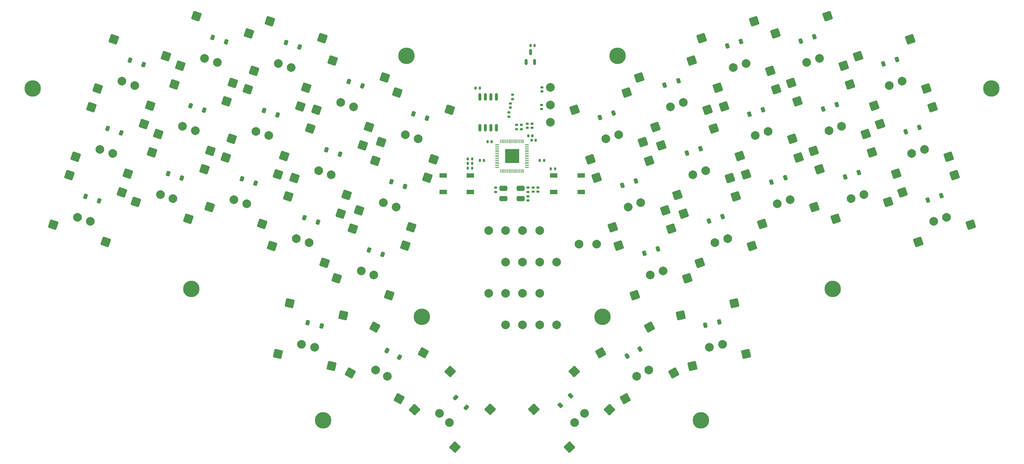
<source format=gbr>
%TF.GenerationSoftware,KiCad,Pcbnew,9.0.6*%
%TF.CreationDate,2025-12-02T23:38:21-05:00*%
%TF.ProjectId,frameortho,6672616d-656f-4727-9468-6f2e6b696361,rev?*%
%TF.SameCoordinates,Original*%
%TF.FileFunction,Soldermask,Top*%
%TF.FilePolarity,Negative*%
%FSLAX46Y46*%
G04 Gerber Fmt 4.6, Leading zero omitted, Abs format (unit mm)*
G04 Created by KiCad (PCBNEW 9.0.6) date 2025-12-02 23:38:21*
%MOMM*%
%LPD*%
G01*
G04 APERTURE LIST*
G04 Aperture macros list*
%AMRoundRect*
0 Rectangle with rounded corners*
0 $1 Rounding radius*
0 $2 $3 $4 $5 $6 $7 $8 $9 X,Y pos of 4 corners*
0 Add a 4 corners polygon primitive as box body*
4,1,4,$2,$3,$4,$5,$6,$7,$8,$9,$2,$3,0*
0 Add four circle primitives for the rounded corners*
1,1,$1+$1,$2,$3*
1,1,$1+$1,$4,$5*
1,1,$1+$1,$6,$7*
1,1,$1+$1,$8,$9*
0 Add four rect primitives between the rounded corners*
20,1,$1+$1,$2,$3,$4,$5,0*
20,1,$1+$1,$4,$5,$6,$7,0*
20,1,$1+$1,$6,$7,$8,$9,0*
20,1,$1+$1,$8,$9,$2,$3,0*%
G04 Aperture macros list end*
%ADD10C,2.000000*%
%ADD11RoundRect,0.250000X-0.945055X-0.481530X0.481530X-0.945055X0.945055X0.481530X-0.481530X0.945055X0*%
%ADD12RoundRect,0.140000X0.140000X0.170000X-0.140000X0.170000X-0.140000X-0.170000X0.140000X-0.170000X0*%
%ADD13RoundRect,0.225000X-0.134877X-0.416003X0.303590X-0.314775X0.134877X0.416003X-0.303590X0.314775X0*%
%ADD14RoundRect,0.225000X-0.329869X-0.287117X0.098106X-0.426175X0.329869X0.287117X-0.098106X0.426175X0*%
%ADD15RoundRect,0.225000X-0.098106X-0.426175X0.329869X-0.287117X0.098106X0.426175X-0.329869X0.287117X0*%
%ADD16RoundRect,0.135000X-0.135000X-0.185000X0.135000X-0.185000X0.135000X0.185000X-0.135000X0.185000X0*%
%ADD17RoundRect,0.250000X-0.650000X-0.350000X0.650000X-0.350000X0.650000X0.350000X-0.650000X0.350000X0*%
%ADD18RoundRect,0.250000X-0.481530X-0.945055X0.945055X-0.481530X0.481530X0.945055X-0.945055X0.481530X0*%
%ADD19C,2.600000*%
%ADD20C,3.800000*%
%ADD21RoundRect,0.140000X-0.140000X-0.170000X0.140000X-0.170000X0.140000X0.170000X-0.140000X0.170000X0*%
%ADD22RoundRect,0.250000X-0.899491X-0.562064X0.562064X-0.899491X0.899491X0.562064X-0.562064X0.899491X0*%
%ADD23RoundRect,0.135000X0.185000X-0.135000X0.185000X0.135000X-0.185000X0.135000X-0.185000X-0.135000X0*%
%ADD24RoundRect,0.140000X-0.170000X0.140000X-0.170000X-0.140000X0.170000X-0.140000X0.170000X0.140000X0*%
%ADD25RoundRect,0.250000X-0.310107X-1.014314X1.014314X-0.310107X0.310107X1.014314X-1.014314X0.310107X0*%
%ADD26RoundRect,0.225000X-0.420304X-0.120808X-0.091195X-0.427707X0.420304X0.120808X0.091195X0.427707X0*%
%ADD27RoundRect,0.225000X-0.022611X-0.436736X0.374715X-0.225474X0.022611X0.436736X-0.374715X0.225474X0*%
%ADD28RoundRect,0.250000X-0.037017X-1.060014X1.060014X-0.037017X0.037017X1.060014X-1.060014X0.037017X0*%
%ADD29R,1.700000X1.000000*%
%ADD30RoundRect,0.135000X0.135000X0.185000X-0.135000X0.185000X-0.135000X-0.185000X0.135000X-0.185000X0*%
%ADD31RoundRect,0.225000X-0.303590X-0.314775X0.134877X-0.416003X0.303590X0.314775X-0.134877X0.416003X0*%
%ADD32RoundRect,0.225000X-0.374715X-0.225474X0.022611X-0.436736X0.374715X0.225474X-0.022611X0.436736X0*%
%ADD33RoundRect,0.050000X-0.387500X-0.050000X0.387500X-0.050000X0.387500X0.050000X-0.387500X0.050000X0*%
%ADD34RoundRect,0.050000X-0.050000X-0.387500X0.050000X-0.387500X0.050000X0.387500X-0.050000X0.387500X0*%
%ADD35R,3.200000X3.200000*%
%ADD36RoundRect,0.250000X-1.014314X-0.310107X0.310107X-1.014314X1.014314X0.310107X-0.310107X1.014314X0*%
%ADD37RoundRect,0.150000X0.150000X-0.512500X0.150000X0.512500X-0.150000X0.512500X-0.150000X-0.512500X0*%
%ADD38RoundRect,0.140000X0.170000X-0.140000X0.170000X0.140000X-0.170000X0.140000X-0.170000X-0.140000X0*%
%ADD39RoundRect,0.225000X0.091195X-0.427707X0.420304X-0.120808X-0.091195X0.427707X-0.420304X0.120808X0*%
%ADD40RoundRect,0.250000X-1.060014X-0.037017X0.037017X-1.060014X1.060014X0.037017X-0.037017X1.060014X0*%
%ADD41RoundRect,0.162500X0.162500X-0.650000X0.162500X0.650000X-0.162500X0.650000X-0.162500X-0.650000X0*%
%ADD42RoundRect,0.250000X-0.562064X-0.899491X0.899491X-0.562064X0.562064X0.899491X-0.899491X0.562064X0*%
G04 APERTURE END LIST*
D10*
%TO.C,S3*%
X158316022Y-93584191D03*
X161264298Y-94542144D03*
D11*
X156423948Y-83874271D03*
X152715744Y-95286949D03*
X168502366Y-87798787D03*
X164794162Y-99211465D03*
%TD*%
D10*
%TO.C,S13*%
X153203827Y-109276631D03*
X156152103Y-110234584D03*
D11*
X151311753Y-99566711D03*
X147603549Y-110979389D03*
X163390171Y-103491227D03*
X159681967Y-114903905D03*
%TD*%
D12*
%TO.C,C1*%
X204797600Y-99263200D03*
X203837600Y-99263200D03*
%TD*%
D13*
%TO.C,D36*%
X256833985Y-153987309D03*
X260049407Y-153244971D03*
%TD*%
D14*
%TO.C,D2*%
X143174743Y-87601212D03*
X146313229Y-88620968D03*
%TD*%
D15*
%TO.C,D28*%
X272079517Y-120951813D03*
X275218003Y-119932057D03*
%TD*%
%TO.C,D9*%
X278825592Y-88404656D03*
X281964078Y-87384900D03*
%TD*%
D10*
%TO.C,S12*%
X136233346Y-108114338D03*
X139181622Y-109072291D03*
D11*
X134341272Y-98404418D03*
X130633068Y-109817096D03*
X146419690Y-102328934D03*
X142711486Y-113741612D03*
%TD*%
D10*
%TO.C,TP6*%
X214670000Y-139377778D03*
%TD*%
%TO.C,S11*%
X117166854Y-113385940D03*
X120115130Y-114343893D03*
D11*
X115274780Y-103676020D03*
X111566576Y-115088698D03*
X127353198Y-107600536D03*
X123644994Y-119013214D03*
%TD*%
D14*
%TO.C,D24*%
X164335218Y-129156874D03*
X167473704Y-130176630D03*
%TD*%
D16*
%TO.C,R5*%
X202055001Y-115595400D03*
X203074999Y-115595400D03*
%TD*%
D10*
%TO.C,S15*%
X182543814Y-125724392D03*
X185492090Y-126682345D03*
D11*
X180651740Y-116014472D03*
X176943536Y-127427150D03*
X192730158Y-119938988D03*
X189021954Y-131351666D03*
%TD*%
D10*
%TO.C,TP11*%
X214670001Y-146608889D03*
%TD*%
D14*
%TO.C,D22*%
X132950353Y-118986076D03*
X136088839Y-120005832D03*
%TD*%
D10*
%TO.C,TP14*%
X214670000Y-153840000D03*
%TD*%
D14*
%TO.C,D14*%
X169447413Y-113464450D03*
X172585899Y-114484206D03*
%TD*%
D17*
%TO.C,Y1*%
X210191600Y-124796401D03*
X214191600Y-124796401D03*
X214191600Y-122396399D03*
X210191600Y-122396399D03*
%TD*%
D10*
%TO.C,S10*%
X299245756Y-98651469D03*
X302194032Y-97693516D03*
D18*
X292007688Y-91908112D03*
X295715892Y-103320790D03*
X304086106Y-87983596D03*
X307794310Y-99396274D03*
%TD*%
D19*
%TO.C,H4*%
X236556331Y-91807292D03*
D20*
X236556331Y-91807292D03*
%TD*%
D10*
%TO.C,TP10*%
X210752500Y-146608889D03*
%TD*%
%TO.C,TP1*%
X206835000Y-132146667D03*
%TD*%
%TO.C,TP9*%
X206835002Y-146608889D03*
%TD*%
D14*
%TO.C,D25*%
X179260821Y-136596147D03*
X182399307Y-137615903D03*
%TD*%
D10*
%TO.C,TP7*%
X218587501Y-139377778D03*
%TD*%
D21*
%TO.C,C9*%
X216766200Y-111328200D03*
X217726200Y-111328200D03*
%TD*%
D10*
%TO.C,S31*%
X163703643Y-158364205D03*
X166724190Y-159061553D03*
D22*
X160972493Y-148856138D03*
X158273081Y-160548579D03*
X173346993Y-151713017D03*
X170647581Y-163405458D03*
%TD*%
D10*
%TO.C,1.1V*%
X221107000Y-99085400D03*
%TD*%
%TO.C,S26*%
X244093203Y-142374786D03*
X247041479Y-141416833D03*
D18*
X236855135Y-135631429D03*
X240563339Y-147044107D03*
X248933553Y-131706913D03*
X252641757Y-143119591D03*
%TD*%
D23*
%TO.C,R3*%
X213316133Y-108732200D03*
X213316133Y-107712202D03*
%TD*%
D10*
%TO.C,S18*%
X268320978Y-110234584D03*
X271269254Y-109276631D03*
D18*
X261082910Y-103491227D03*
X264791114Y-114903905D03*
X273161328Y-99566711D03*
X276869532Y-110979389D03*
%TD*%
D19*
%TO.C,H3*%
X233063339Y-152044107D03*
D20*
X233063339Y-152044107D03*
%TD*%
D10*
%TO.C,TP22*%
X231720000Y-135240000D03*
%TD*%
D24*
%TO.C,C18*%
X219151200Y-99085400D03*
X219151200Y-100045400D03*
%TD*%
D10*
%TO.C,S35*%
X240986931Y-165710411D03*
X243724068Y-164255049D03*
D25*
X232687853Y-160326378D03*
X238321512Y-170921749D03*
X243901288Y-154364089D03*
X249534947Y-164959460D03*
%TD*%
D14*
%TO.C,D4*%
X174559608Y-97772010D03*
X177698094Y-98791766D03*
%TD*%
D26*
%TO.C,D33*%
X199226914Y-170678216D03*
X201640380Y-172928810D03*
%TD*%
D15*
%TO.C,D18*%
X266967306Y-105259389D03*
X270105792Y-104239633D03*
%TD*%
D27*
%TO.C,D35*%
X238789889Y-161045863D03*
X241703617Y-159496607D03*
%TD*%
D10*
%TO.C,S17*%
X253906594Y-119243089D03*
X256854870Y-118285136D03*
D18*
X246668526Y-112499732D03*
X250376730Y-123912410D03*
X258746944Y-108575216D03*
X262455148Y-119987894D03*
%TD*%
D10*
%TO.C,TP4*%
X218587500Y-132146667D03*
%TD*%
%TO.C,S4*%
X172730406Y-102592696D03*
X175678682Y-103550649D03*
D11*
X170838332Y-92882776D03*
X167130128Y-104295454D03*
X182916750Y-96807292D03*
X179208546Y-108219970D03*
%TD*%
D10*
%TO.C,S23*%
X148091632Y-124969055D03*
X151039908Y-125927008D03*
D11*
X146199558Y-115259135D03*
X142491354Y-126671813D03*
X158277976Y-119183651D03*
X154569772Y-130596329D03*
%TD*%
D10*
%TO.C,S34*%
X226674100Y-176388382D03*
X228941297Y-174274187D03*
D28*
X217264317Y-173335764D03*
X225448297Y-182112009D03*
X226552509Y-164674385D03*
X234736489Y-173450630D03*
%TD*%
D10*
%TO.C,S7*%
X248794399Y-103550649D03*
X251742675Y-102592696D03*
D18*
X241556331Y-96807292D03*
X245264535Y-108219970D03*
X253634749Y-92882776D03*
X257342953Y-104295454D03*
%TD*%
D15*
%TO.C,D8*%
X261855111Y-89566949D03*
X264993597Y-88547193D03*
%TD*%
D29*
%TO.C,SW1*%
X228168200Y-123256200D03*
X221868202Y-123256200D03*
X228168200Y-119456200D03*
X221868202Y-119456200D03*
%TD*%
D10*
%TO.C,TP16*%
X222504999Y-153840000D03*
%TD*%
%TO.C,S20*%
X304357951Y-114343893D03*
X307306227Y-113385940D03*
D18*
X297119883Y-107600536D03*
X300828087Y-119013214D03*
X309198301Y-103676020D03*
X312906505Y-115088698D03*
%TD*%
D10*
%TO.C,S25*%
X177431619Y-141416833D03*
X180379895Y-142374786D03*
D11*
X175539545Y-131706913D03*
X171831341Y-143119591D03*
X187617963Y-135631429D03*
X183909759Y-147044107D03*
%TD*%
D14*
%TO.C,D11*%
X118996056Y-108565254D03*
X122134542Y-109585010D03*
%TD*%
D19*
%TO.C,H6*%
X101678787Y-99396274D03*
D20*
X101678787Y-99396274D03*
%TD*%
D10*
%TO.C,S30*%
X309470146Y-130036333D03*
X312418422Y-129078380D03*
D18*
X302232078Y-123292976D03*
X305940282Y-134705654D03*
X314310496Y-119368460D03*
X318018700Y-130781138D03*
%TD*%
D15*
%TO.C,D16*%
X237627335Y-121707150D03*
X240765821Y-120687394D03*
%TD*%
D10*
%TO.C,S2*%
X141345541Y-92421898D03*
X144293817Y-93379851D03*
D11*
X139453467Y-82711978D03*
X135745263Y-94124656D03*
X151531885Y-86636494D03*
X147823681Y-98049172D03*
%TD*%
D30*
%TO.C,R9*%
X203074999Y-117729000D03*
X202055001Y-117729000D03*
%TD*%
D14*
%TO.C,D15*%
X184373016Y-120903706D03*
X187511502Y-121923462D03*
%TD*%
D21*
%TO.C,C16*%
X216461400Y-89433400D03*
X217421400Y-89433400D03*
%TD*%
D31*
%TO.C,D31*%
X165105733Y-153402437D03*
X168321155Y-154144775D03*
%TD*%
D32*
%TO.C,D32*%
X183387543Y-159825238D03*
X186301271Y-161374494D03*
%TD*%
D23*
%TO.C,R6*%
X215900000Y-123194599D03*
X215900000Y-122174601D03*
%TD*%
D33*
%TO.C,U1*%
X208799040Y-112343500D03*
X208799040Y-112743500D03*
X208799040Y-113143500D03*
X208799040Y-113543500D03*
X208799040Y-113943500D03*
X208799040Y-114343500D03*
X208799040Y-114743500D03*
X208799040Y-115143500D03*
X208799040Y-115543500D03*
X208799040Y-115943500D03*
X208799040Y-116343500D03*
X208799040Y-116743500D03*
X208799040Y-117143500D03*
X208799040Y-117543500D03*
D34*
X209636540Y-118381000D03*
X210036540Y-118381000D03*
X210436540Y-118381000D03*
X210836540Y-118381000D03*
X211236540Y-118381000D03*
X211636540Y-118381000D03*
X212036540Y-118381000D03*
X212436540Y-118381000D03*
X212836540Y-118381000D03*
X213236540Y-118381000D03*
X213636540Y-118381000D03*
X214036540Y-118381000D03*
X214436540Y-118381000D03*
X214836540Y-118381000D03*
D33*
X215674040Y-117543500D03*
X215674040Y-117143500D03*
X215674040Y-116743500D03*
X215674040Y-116343500D03*
X215674040Y-115943500D03*
X215674040Y-115543500D03*
X215674040Y-115143500D03*
X215674040Y-114743500D03*
X215674040Y-114343500D03*
X215674040Y-113943500D03*
X215674040Y-113543500D03*
X215674040Y-113143500D03*
X215674040Y-112743500D03*
X215674040Y-112343500D03*
D34*
X214836540Y-111506000D03*
X214436540Y-111506000D03*
X214036540Y-111506000D03*
X213636540Y-111506000D03*
X213236540Y-111506000D03*
X212836540Y-111506000D03*
X212436540Y-111506000D03*
X212036540Y-111506000D03*
X211636540Y-111506000D03*
X211236540Y-111506000D03*
X210836540Y-111506000D03*
X210436540Y-111506000D03*
X210036540Y-111506000D03*
X209636540Y-111506000D03*
D35*
X212236540Y-114943500D03*
%TD*%
D12*
%TO.C,C5*%
X207515400Y-111658400D03*
X206555400Y-111658400D03*
%TD*%
D10*
%TO.C,TP15*%
X218587498Y-153840000D03*
%TD*%
%TO.C,S32*%
X180749029Y-164255049D03*
X183486166Y-165710411D03*
D36*
X180571809Y-154364089D03*
X174938150Y-164959460D03*
X191785244Y-160326378D03*
X186151585Y-170921749D03*
%TD*%
D10*
%TO.C,TP12*%
X218587501Y-146608889D03*
%TD*%
D15*
%TO.C,D20*%
X303004279Y-109368698D03*
X306142765Y-108348942D03*
%TD*%
%TO.C,D17*%
X252552922Y-114267894D03*
X255691408Y-113248138D03*
%TD*%
D10*
%TO.C,3.3V*%
X221107000Y-103135400D03*
%TD*%
D37*
%TO.C,U3*%
X215518999Y-93218000D03*
X217418999Y-93218000D03*
X216468999Y-90943000D03*
%TD*%
D10*
%TO.C,S16*%
X238981007Y-126682345D03*
X241929283Y-125724392D03*
D18*
X231742939Y-119938988D03*
X235451143Y-131351666D03*
X243821357Y-116014472D03*
X247529561Y-127427150D03*
%TD*%
D38*
%TO.C,C7*%
X211836000Y-103781800D03*
X211836000Y-102821800D03*
%TD*%
D24*
%TO.C,C17*%
X219024200Y-103149400D03*
X219024200Y-104109400D03*
%TD*%
D10*
%TO.C,TP5*%
X210752500Y-139377778D03*
%TD*%
%TO.C,S22*%
X131121151Y-123806762D03*
X134069427Y-124764715D03*
D11*
X129229077Y-114096842D03*
X125520873Y-125509520D03*
X141307495Y-118021358D03*
X137599291Y-129434036D03*
%TD*%
D38*
%TO.C,C12*%
X211480400Y-105839200D03*
X211480400Y-104879200D03*
%TD*%
D39*
%TO.C,D34*%
X223344648Y-172451411D03*
X225758114Y-170200817D03*
%TD*%
D21*
%TO.C,C10*%
X215978800Y-110261400D03*
X216938800Y-110261400D03*
%TD*%
D38*
%TO.C,C3*%
X212318600Y-101775200D03*
X212318600Y-100815200D03*
%TD*%
D14*
%TO.C,D21*%
X113883861Y-124257694D03*
X117022347Y-125277450D03*
%TD*%
%TO.C,D13*%
X155033029Y-104455945D03*
X158171515Y-105475701D03*
%TD*%
D10*
%TO.C,TP2*%
X210752500Y-132146667D03*
%TD*%
D24*
%TO.C,C14*%
X208483200Y-122234599D03*
X208483200Y-123194599D03*
%TD*%
D16*
%TO.C,R7*%
X221157800Y-117856000D03*
X222177798Y-117856000D03*
%TD*%
D12*
%TO.C,C4*%
X205765400Y-115943500D03*
X204805400Y-115943500D03*
%TD*%
D19*
%TO.C,H2*%
X187916750Y-91807292D03*
D20*
X187916750Y-91807292D03*
%TD*%
D14*
%TO.C,D23*%
X149920834Y-120148369D03*
X153059320Y-121168125D03*
%TD*%
D19*
%TO.C,H5*%
X138273081Y-145548579D03*
D20*
X138273081Y-145548579D03*
%TD*%
D10*
%TO.C,TP21*%
X227669998Y-135240000D03*
%TD*%
%TO.C,S27*%
X259018806Y-134935513D03*
X261967082Y-133977560D03*
D18*
X251780738Y-128192156D03*
X255488942Y-139604834D03*
X263859156Y-124267640D03*
X267567360Y-135680318D03*
%TD*%
D23*
%TO.C,R4*%
X214409866Y-108724400D03*
X214409866Y-107704402D03*
%TD*%
D14*
%TO.C,D3*%
X160145224Y-88763505D03*
X163283710Y-89783261D03*
%TD*%
D10*
%TO.C,S24*%
X162506016Y-133977560D03*
X165454292Y-134935513D03*
D11*
X160613942Y-124267640D03*
X156905738Y-135680318D03*
X172692360Y-128192156D03*
X168984156Y-139604834D03*
%TD*%
D10*
%TO.C,S6*%
X233868796Y-110989904D03*
X236817072Y-110031951D03*
D18*
X226630728Y-104246547D03*
X230338932Y-115659225D03*
X238709146Y-100322031D03*
X242417350Y-111734709D03*
%TD*%
D10*
%TO.C,TP8*%
X222504999Y-139377778D03*
%TD*%
D15*
%TO.C,D26*%
X242739531Y-137399591D03*
X245878017Y-136379835D03*
%TD*%
D10*
%TO.C,S8*%
X263208783Y-94542144D03*
X266157059Y-93584191D03*
D18*
X255970715Y-87798787D03*
X259678919Y-99211465D03*
X268049133Y-83874271D03*
X271757337Y-95286949D03*
%TD*%
D29*
%TO.C,SW2*%
X202616598Y-123256200D03*
X196316600Y-123256200D03*
X202616598Y-119456200D03*
X196316600Y-119456200D03*
%TD*%
D38*
%TO.C,C11*%
X215766067Y-108412400D03*
X215766067Y-107452400D03*
%TD*%
D15*
%TO.C,D10*%
X297892084Y-93676274D03*
X301030570Y-92656518D03*
%TD*%
D10*
%TO.C,S9*%
X280179264Y-93379851D03*
X283127540Y-92421898D03*
D18*
X272941196Y-86636494D03*
X276649400Y-98049172D03*
X285019614Y-82711978D03*
X288727818Y-94124656D03*
%TD*%
D19*
%TO.C,H7*%
X286200000Y-145548579D03*
D20*
X286200000Y-145548579D03*
%TD*%
D10*
%TO.C,TP13*%
X210752500Y-153840000D03*
%TD*%
D38*
%TO.C,C2*%
X216839800Y-108404600D03*
X216839800Y-107444600D03*
%TD*%
%TO.C,C15*%
X215900000Y-125168600D03*
X215900000Y-124208600D03*
%TD*%
D19*
%TO.C,H10*%
X255821512Y-175921749D03*
D20*
X255821512Y-175921749D03*
%TD*%
D10*
%TO.C,GND*%
X221107000Y-107185400D03*
%TD*%
%TO.C,S28*%
X273433189Y-125927008D03*
X276381465Y-124969055D03*
D18*
X266195121Y-119183651D03*
X269903325Y-130596329D03*
X278273539Y-115259135D03*
X281981743Y-126671813D03*
%TD*%
D10*
%TO.C,S14*%
X167618211Y-118285136D03*
X170566487Y-119243089D03*
D11*
X165726137Y-108575216D03*
X162017933Y-119987894D03*
X177804555Y-112499732D03*
X174096351Y-123912410D03*
%TD*%
D19*
%TO.C,H9*%
X168651585Y-175921749D03*
D20*
X168651585Y-175921749D03*
%TD*%
D10*
%TO.C,TP3*%
X214670000Y-132146667D03*
%TD*%
D24*
%TO.C,C6*%
X217060700Y-122202000D03*
X217060700Y-123162000D03*
%TD*%
D30*
%TO.C,R8*%
X203074999Y-116662200D03*
X202055001Y-116662200D03*
%TD*%
D10*
%TO.C,S5*%
X187656009Y-110031951D03*
X190604285Y-110989904D03*
D11*
X185763935Y-100322031D03*
X182055731Y-111734709D03*
X197842353Y-104246547D03*
X194134149Y-115659225D03*
%TD*%
D15*
%TO.C,D7*%
X247440727Y-98575454D03*
X250579213Y-97555698D03*
%TD*%
D10*
%TO.C,S33*%
X195531784Y-174274187D03*
X197798981Y-176388382D03*
D40*
X197920572Y-164674385D03*
X189736592Y-173450630D03*
X207208764Y-173335764D03*
X199024784Y-182112009D03*
%TD*%
D41*
%TO.C,U2*%
X204800200Y-108438700D03*
X206070200Y-108438700D03*
X207340200Y-108438700D03*
X208610200Y-108438700D03*
X208610200Y-101263700D03*
X207340200Y-101263700D03*
X206070200Y-101263700D03*
X204800200Y-101263700D03*
%TD*%
D19*
%TO.C,H8*%
X322794310Y-99396274D03*
D20*
X322794310Y-99396274D03*
%TD*%
D15*
%TO.C,D27*%
X257665134Y-129960318D03*
X260803620Y-128940562D03*
%TD*%
D10*
%TO.C,S29*%
X290403670Y-124764715D03*
X293351946Y-123806762D03*
D18*
X283165602Y-118021358D03*
X286873806Y-129434036D03*
X295244020Y-114096842D03*
X298952224Y-125509520D03*
%TD*%
D10*
%TO.C,S21*%
X112054659Y-129078380D03*
X115002935Y-130036333D03*
D11*
X110162585Y-119368460D03*
X106454381Y-130781138D03*
X122241003Y-123292976D03*
X118532799Y-134705654D03*
%TD*%
D15*
%TO.C,D30*%
X308116474Y-125061138D03*
X311254960Y-124041382D03*
%TD*%
D14*
%TO.C,D5*%
X189485211Y-105211265D03*
X192623697Y-106231021D03*
%TD*%
D10*
%TO.C,S1*%
X122279065Y-97693516D03*
X125227341Y-98651469D03*
D11*
X120386991Y-87983596D03*
X116678787Y-99396274D03*
X132465409Y-91908112D03*
X128757205Y-103320790D03*
%TD*%
D24*
%TO.C,C13*%
X218211400Y-122202000D03*
X218211400Y-123162000D03*
%TD*%
D15*
%TO.C,D19*%
X283937803Y-104097096D03*
X287076289Y-103077340D03*
%TD*%
D10*
%TO.C,S36*%
X257748891Y-159061553D03*
X260769438Y-158364205D03*
D42*
X251126088Y-151713017D03*
X253825500Y-163405458D03*
X263500588Y-148856138D03*
X266200000Y-160548579D03*
%TD*%
D19*
%TO.C,H1*%
X191409759Y-152044107D03*
D20*
X191409759Y-152044107D03*
%TD*%
D21*
%TO.C,C8*%
X218645800Y-115943500D03*
X219605800Y-115943500D03*
%TD*%
D14*
%TO.C,D1*%
X124108267Y-92872830D03*
X127246753Y-93892586D03*
%TD*%
D15*
%TO.C,D6*%
X232515124Y-106014709D03*
X235653610Y-104994953D03*
%TD*%
%TO.C,D29*%
X289049998Y-119789520D03*
X292188484Y-118769764D03*
%TD*%
D14*
%TO.C,D12*%
X138062548Y-103293652D03*
X141201034Y-104313408D03*
%TD*%
D10*
%TO.C,S19*%
X285291475Y-109072291D03*
X288239751Y-108114338D03*
D18*
X278053407Y-102328934D03*
X281761611Y-113741612D03*
X290131825Y-98404418D03*
X293840029Y-109817096D03*
%TD*%
M02*

</source>
